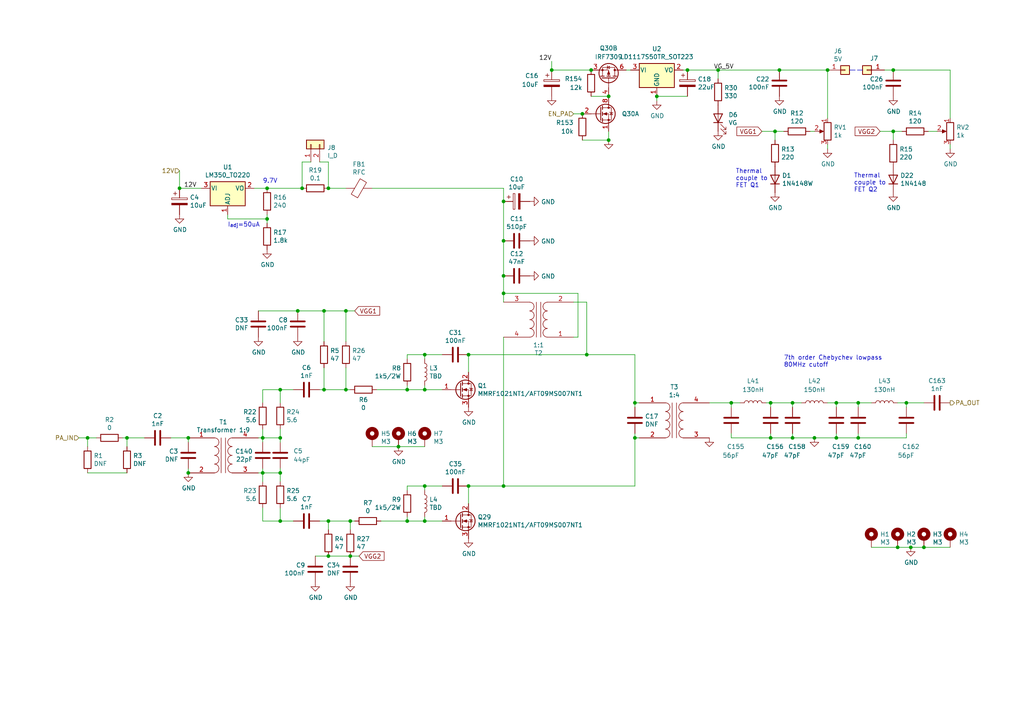
<source format=kicad_sch>
(kicad_sch (version 20211123) (generator eeschema)
  (paper "A4")
  (title_block (title "DART-70 TRX") (date "2023-02-02") (rev "0") (company "HB9EGM") (comment 1 "A 4m Band SSB/CW Transceiver") (comment 2 "Power Amplifier"))
  (lib_symbols
    (symbol "Connector_Generic:Conn_01x01" (pin_names (offset 1.016) hide)
      (property "Reference" "J" (at 0 2.54 0))
      (property "Value" "Conn_01x01" (at 0 -2.54 0))
      (symbol "Conn_01x01_1_1"
        (pin passive line (at -5.08 0 0) (length 3.81) (name "Pin_1") (number "1"))
      )
    )
    (symbol "Connector_Generic:Conn_01x02" (pin_names (offset 1.016) hide)
      (property "Reference" "J" (at 0 2.54 0))
      (property "Value" "Conn_01x02" (at 0 -5.08 0))
      (symbol "Conn_01x02_1_1"
        (pin passive line (at -5.08 0 0) (length 3.81) (name "Pin_1") (number "1"))
        (pin passive line (at -5.08 -2.54 0) (length 3.81) (name "Pin_2") (number "2"))
      )
    )
    (symbol "Device:C" (pin_numbers hide) (pin_names (offset 0.254))
      (property "Reference" "C" (at 0.635 2.54 0))
      (property "Value" "C" (at 0.635 -2.54 0))
      (symbol "C_1_1"
        (pin passive line (at 0 3.81 270) (length 2.794) (name "~") (number "1"))
        (pin passive line (at 0 -3.81 90) (length 2.794) (name "~") (number "2"))
      )
    )
    (symbol "Device:C_Polarized" (pin_numbers hide) (pin_names (offset 0.254))
      (property "Reference" "C" (at 0.635 2.54 0))
      (property "Value" "C_Polarized" (at 0.635 -2.54 0))
      (symbol "C_Polarized_1_1"
        (pin passive line (at 0 3.81 270) (length 2.794) (name "~") (number "1"))
        (pin passive line (at 0 -3.81 90) (length 2.794) (name "~") (number "2"))
      )
    )
    (symbol "Device:FerriteBead" (pin_numbers hide) (pin_names (offset 0))
      (property "Reference" "FB" (at -3.81 0.635 90))
      (property "Value" "FerriteBead" (at 3.81 0 90))
      (symbol "FerriteBead_1_1"
        (pin passive line (at 0 3.81 270) (length 2.54) (name "~") (number "1"))
        (pin passive line (at 0 -3.81 90) (length 2.54) (name "~") (number "2"))
      )
    )
    (symbol "Device:L" (pin_numbers hide) (pin_names (offset 1.016) hide)
      (property "Reference" "L" (at -1.27 0 90))
      (property "Value" "L" (at 1.905 0 90))
      (symbol "L_1_1"
        (pin passive line (at 0 3.81 270) (length 1.27) (name "1") (number "1"))
        (pin passive line (at 0 -3.81 90) (length 1.27) (name "2") (number "2"))
      )
    )
    (symbol "Device:LED" (pin_numbers hide) (pin_names (offset 1.016) hide)
      (property "Reference" "D" (at 0 2.54 0))
      (property "Value" "LED" (at 0 -2.54 0))
      (symbol "LED_1_1"
        (pin passive line (at -3.81 0 0) (length 2.54) (name "K") (number "1"))
        (pin passive line (at 3.81 0 180) (length 2.54) (name "A") (number "2"))
      )
    )
    (symbol "Device:Q_NMOS_GDS" (pin_names (offset 0) hide)
      (property "Reference" "Q" (at 5.08 1.27 0))
      (property "Value" "Q_NMOS_GDS" (at 5.08 -1.27 0))
      (symbol "Q_NMOS_GDS_1_1"
        (pin input line (at -5.08 0 0) (length 2.54) (name "G") (number "1"))
        (pin passive line (at 2.54 5.08 270) (length 2.54) (name "D") (number "2"))
        (pin passive line (at 2.54 -5.08 90) (length 2.54) (name "S") (number "3"))
      )
    )
    (symbol "Device:R" (pin_numbers hide) (pin_names (offset 0))
      (property "Reference" "R" (at 2.032 0 90))
      (property "Value" "R" (at 0 0 90))
      (symbol "R_1_1"
        (pin passive line (at 0 3.81 270) (length 1.27) (name "~") (number "1"))
        (pin passive line (at 0 -3.81 90) (length 1.27) (name "~") (number "2"))
      )
    )
    (symbol "Device:R_Potentiometer" (pin_names (offset 1.016) hide)
      (property "Reference" "RV" (at -4.445 0 90))
      (property "Value" "R_Potentiometer" (at -2.54 0 90))
      (symbol "R_Potentiometer_1_1"
        (pin passive line (at 0 3.81 270) (length 1.27) (name "1") (number "1"))
        (pin passive line (at 3.81 0 180) (length 1.27) (name "2") (number "2"))
        (pin passive line (at 0 -3.81 90) (length 1.27) (name "3") (number "3"))
      )
    )
    (symbol "Device:Transformer_1P_1S" (pin_names (offset 1.016) hide)
      (property "Reference" "T" (at 0 6.35 0))
      (property "Value" "Transformer_1P_1S" (at 0 -7.62 0))
      (symbol "Transformer_1P_1S_1_1"
        (pin passive line (at -10.16 5.08 0) (length 7.62) (name "AA") (number "1"))
        (pin passive line (at -10.16 -5.08 0) (length 7.62) (name "AB") (number "2"))
        (pin passive line (at 10.16 -5.08 180) (length 7.62) (name "SA") (number "3"))
        (pin passive line (at 10.16 5.08 180) (length 7.62) (name "SB") (number "4"))
      )
    )
    (symbol "Diode:1N4148W" (pin_numbers hide) (pin_names hide)
      (property "Reference" "D" (at 0 2.54 0))
      (property "Value" "1N4148W" (at 0 -2.54 0))
      (symbol "1N4148W_1_1"
        (pin passive line (at -3.81 0 0) (length 2.54) (name "K") (number "1"))
        (pin passive line (at 3.81 0 180) (length 2.54) (name "A") (number "2"))
      )
    )
    (symbol "Mechanical:MountingHole_Pad" (pin_numbers hide) (pin_names (offset 1.016) hide)
      (property "Reference" "H" (at 0 6.35 0))
      (property "Value" "MountingHole_Pad" (at 0 4.445 0))
      (symbol "MountingHole_Pad_1_1"
        (pin input line (at 0 -2.54 90) (length 2.54) (name "1") (number "1"))
      )
    )
    (symbol "Regulator_Linear:LD1117S50TR_SOT223" (pin_names (offset 0.254))
      (property "Reference" "U" (at -3.81 3.175 0))
      (property "Value" "LD1117S50TR_SOT223" (at 0 3.175 0))
      (symbol "LD1117S50TR_SOT223_1_1"
        (pin power_in line (at 0 -7.62 90) (length 2.54) (name "GND") (number "1"))
        (pin power_out line (at 7.62 0 180) (length 2.54) (name "VO") (number "2"))
        (pin power_in line (at -7.62 0 0) (length 2.54) (name "VI") (number "3"))
      )
    )
    (symbol "Regulator_Linear:LM350_TO220" (pin_names (offset 0.254))
      (property "Reference" "U" (at -3.81 3.175 0))
      (property "Value" "LM350_TO220" (at 0 3.175 0))
      (symbol "LM350_TO220_1_1"
        (pin input line (at 0 -7.62 90) (length 2.54) (name "ADJ") (number "1"))
        (pin power_out line (at 7.62 0 180) (length 2.54) (name "VO") (number "2"))
        (pin power_in line (at -7.62 0 0) (length 2.54) (name "VI") (number "3"))
      )
    )
    (symbol "Transistor_FET:IRF7309IPBF" (pin_names hide)
      (property "Reference" "Q" (at 5.08 1.905 0))
      (property "Value" "IRF7309IPBF" (at 5.08 0 0))
      (symbol "IRF7309IPBF_1_1"
        (pin passive line (at 2.54 -5.08 90) (length 2.54) (name "S") (number "1"))
        (pin input line (at -5.08 0 0) (length 2.54) (name "G") (number "2"))
        (pin passive line (at 2.54 5.08 270) (length 2.54) hide (name "D") (number "7"))
        (pin passive line (at 2.54 5.08 270) (length 2.54) (name "D") (number "8"))
      )
      (symbol "IRF7309IPBF_2_1"
        (pin passive line (at 2.54 -5.08 90) (length 2.54) (name "1") (number "3"))
        (pin input line (at -5.08 0 0) (length 2.54) (name "G") (number "4"))
        (pin passive line (at 2.54 5.08 270) (length 2.54) hide (name "D") (number "5"))
        (pin passive line (at 2.54 5.08 270) (length 2.54) (name "D") (number "6"))
      )
    )
    (symbol "power:GND" (power) (pin_names (offset 0))
      (property "Value" "GND" (at 0 -3.81 0))
      (symbol "GND_1_1"
        (pin power_in line (at 0 0 270) (length 0) hide (name "GND") (number "1"))
      )
    )
  )
  (junction (at 259.08 20.32))
  (junction (at 100.33 113.03))
  (junction (at 223.52 116.84))
  (junction (at 229.87 127))
  (junction (at 118.11 113.03))
  (junction (at 248.92 127))
  (junction (at 146.05 140.97))
  (junction (at 87.63 54.61))
  (junction (at 260.35 158.75))
  (junction (at 184.15 116.84))
  (junction (at 168.91 33.02))
  (junction (at 93.98 90.17))
  (junction (at 236.22 127))
  (junction (at 146.05 58.42))
  (junction (at 176.53 40.64))
  (junction (at 86.36 90.17))
  (junction (at 190.5 27.94))
  (junction (at 264.16 158.75))
  (junction (at 115.57 129.54))
  (junction (at 36.83 127))
  (junction (at 212.09 116.84))
  (junction (at 100.33 90.17))
  (junction (at 146.05 80.01))
  (junction (at 259.08 38.1))
  (junction (at 240.03 20.32))
  (junction (at 170.18 102.87))
  (junction (at 135.89 140.97))
  (junction (at 184.15 127))
  (junction (at 81.28 113.03))
  (junction (at 54.61 137.16))
  (junction (at 123.19 102.87))
  (junction (at 123.19 151.13))
  (junction (at 199.39 20.32))
  (junction (at 118.11 151.13))
  (junction (at 160.02 20.32))
  (junction (at 224.79 38.1))
  (junction (at 81.28 137.16))
  (junction (at 95.25 54.61))
  (junction (at 95.25 151.13))
  (junction (at 267.97 158.75))
  (junction (at 248.92 116.84))
  (junction (at 52.07 54.61))
  (junction (at 76.2 137.16))
  (junction (at 135.89 102.87))
  (junction (at 242.57 116.84))
  (junction (at 146.05 69.85))
  (junction (at 81.28 151.13))
  (junction (at 229.87 116.84))
  (junction (at 93.98 113.03))
  (junction (at 77.47 63.5))
  (junction (at 123.19 113.03))
  (junction (at 95.25 161.29))
  (junction (at 242.57 127))
  (junction (at 171.45 20.32))
  (junction (at 223.52 127))
  (junction (at 54.61 127))
  (junction (at 208.28 20.32))
  (junction (at 146.05 85.09))
  (junction (at 101.6 161.29))
  (junction (at 25.4 127))
  (junction (at 77.47 54.61))
  (junction (at 226.06 20.32))
  (junction (at 81.28 127))
  (junction (at 176.53 27.94))
  (junction (at 262.89 116.84))
  (junction (at 101.6 151.13))
  (junction (at 123.19 140.97))
  (junction (at 76.2 127))
  (wire (pts (xy 100.33 99.06) (xy 100.33 90.17)))
  (wire (pts (xy 262.89 125.73) (xy 262.89 127)))
  (wire (pts (xy 223.52 116.84) (xy 229.87 116.84)))
  (wire (pts (xy 93.98 113.03) (xy 93.98 106.68)))
  (wire (pts (xy 166.37 87.63) (xy 170.18 87.63)))
  (wire (pts (xy 81.28 124.46) (xy 81.28 127)))
  (wire (pts (xy 212.09 118.11) (xy 212.09 116.84)))
  (wire (pts (xy 76.2 135.89) (xy 76.2 137.16)))
  (wire (pts (xy 76.2 139.7) (xy 76.2 137.16)))
  (wire (pts (xy 101.6 151.13) (xy 95.25 151.13)))
  (wire (pts (xy 76.2 137.16) (xy 74.93 137.16)))
  (wire (pts (xy 81.28 139.7) (xy 81.28 137.16)))
  (wire (pts (xy 146.05 97.79) (xy 146.05 140.97)))
  (wire (pts (xy 229.87 125.73) (xy 229.87 127)))
  (wire (pts (xy 123.19 140.97) (xy 118.11 140.97)))
  (wire (pts (xy 242.57 125.73) (xy 242.57 127)))
  (wire (pts (xy 85.09 113.03) (xy 81.28 113.03)))
  (wire (pts (xy 259.08 38.1) (xy 261.62 38.1)))
  (wire (pts (xy 198.12 20.32) (xy 199.39 20.32)))
  (wire (pts (xy 135.89 140.97) (xy 146.05 140.97)))
  (wire (pts (xy 100.33 113.03) (xy 101.6 113.03)))
  (wire (pts (xy 146.05 54.61) (xy 146.05 58.42)))
  (wire (pts (xy 262.89 116.84) (xy 267.97 116.84)))
  (wire (pts (xy 212.09 127) (xy 212.09 125.73)))
  (wire (pts (xy 166.37 33.02) (xy 168.91 33.02)))
  (wire (pts (xy 275.59 34.29) (xy 275.59 20.32)))
  (wire (pts (xy 184.15 125.73) (xy 184.15 127)))
  (wire (pts (xy 123.19 113.03) (xy 128.27 113.03)))
  (wire (pts (xy 95.25 161.29) (xy 101.6 161.29)))
  (wire (pts (xy 223.52 125.73) (xy 223.52 127)))
  (wire (pts (xy 101.6 161.29) (xy 104.14 161.29)))
  (wire (pts (xy 260.35 158.75) (xy 264.16 158.75)))
  (wire (pts (xy 93.98 99.06) (xy 93.98 90.17)))
  (wire (pts (xy 184.15 116.84) (xy 184.15 118.11)))
  (wire (pts (xy 171.45 27.94) (xy 176.53 27.94)))
  (wire (pts (xy 92.71 46.99) (xy 95.25 46.99)))
  (wire (pts (xy 123.19 111.76) (xy 123.19 113.03)))
  (wire (pts (xy 118.11 111.76) (xy 118.11 113.03)))
  (wire (pts (xy 123.19 104.14) (xy 123.19 102.87)))
  (wire (pts (xy 229.87 127) (xy 223.52 127)))
  (wire (pts (xy 102.87 90.17) (xy 100.33 90.17)))
  (wire (pts (xy 128.27 140.97) (xy 123.19 140.97)))
  (wire (pts (xy 222.25 116.84) (xy 223.52 116.84)))
  (wire (pts (xy 248.92 116.84) (xy 242.57 116.84)))
  (wire (pts (xy 262.89 116.84) (xy 262.89 118.11)))
  (wire (pts (xy 176.53 38.1) (xy 176.53 40.64)))
  (wire (pts (xy 76.2 113.03) (xy 81.28 113.03)))
  (wire (pts (xy 52.07 54.61) (xy 58.42 54.61)))
  (wire (pts (xy 76.2 127) (xy 76.2 128.27)))
  (wire (pts (xy 81.28 127) (xy 76.2 127)))
  (wire (pts (xy 22.86 127) (xy 25.4 127)))
  (wire (pts (xy 205.74 116.84) (xy 212.09 116.84)))
  (wire (pts (xy 166.37 97.79) (xy 167.64 97.79)))
  (wire (pts (xy 36.83 129.54) (xy 36.83 127)))
  (wire (pts (xy 25.4 127) (xy 27.94 127)))
  (wire (pts (xy 93.98 90.17) (xy 86.36 90.17)))
  (wire (pts (xy 267.97 158.75) (xy 275.59 158.75)))
  (wire (pts (xy 66.04 63.5) (xy 77.47 63.5)))
  (wire (pts (xy 223.52 116.84) (xy 223.52 118.11)))
  (wire (pts (xy 81.28 135.89) (xy 81.28 137.16)))
  (wire (pts (xy 242.57 127) (xy 236.22 127)))
  (wire (pts (xy 176.53 40.64) (xy 168.91 40.64)))
  (wire (pts (xy 66.04 63.5) (xy 66.04 62.23)))
  (wire (pts (xy 252.73 116.84) (xy 248.92 116.84)))
  (wire (pts (xy 73.66 54.61) (xy 77.47 54.61)))
  (wire (pts (xy 107.95 54.61) (xy 146.05 54.61)))
  (wire (pts (xy 256.54 20.32) (xy 259.08 20.32)))
  (wire (pts (xy 36.83 137.16) (xy 25.4 137.16)))
  (wire (pts (xy 259.08 40.64) (xy 259.08 38.1)))
  (wire (pts (xy 123.19 151.13) (xy 128.27 151.13)))
  (wire (pts (xy 100.33 90.17) (xy 93.98 90.17)))
  (wire (pts (xy 49.53 127) (xy 54.61 127)))
  (wire (pts (xy 236.22 127) (xy 229.87 127)))
  (wire (pts (xy 81.28 113.03) (xy 81.28 116.84)))
  (wire (pts (xy 242.57 116.84) (xy 242.57 118.11)))
  (polyline (pts (xy 246.38 20.32) (xy 250.19 20.32)))
  (wire (pts (xy 95.25 54.61) (xy 95.25 46.99)))
  (wire (pts (xy 123.19 142.24) (xy 123.19 140.97)))
  (wire (pts (xy 135.89 107.95) (xy 135.89 102.87)))
  (wire (pts (xy 242.57 116.84) (xy 240.03 116.84)))
  (wire (pts (xy 264.16 158.75) (xy 267.97 158.75)))
  (wire (pts (xy 81.28 137.16) (xy 76.2 137.16)))
  (wire (pts (xy 240.03 34.29) (xy 240.03 20.32)))
  (wire (pts (xy 224.79 40.64) (xy 224.79 38.1)))
  (wire (pts (xy 101.6 153.67) (xy 101.6 151.13)))
  (wire (pts (xy 262.89 127) (xy 248.92 127)))
  (wire (pts (xy 123.19 102.87) (xy 118.11 102.87)))
  (wire (pts (xy 54.61 135.89) (xy 54.61 137.16)))
  (wire (pts (xy 248.92 116.84) (xy 248.92 118.11)))
  (wire (pts (xy 35.56 127) (xy 36.83 127)))
  (wire (pts (xy 76.2 116.84) (xy 76.2 113.03)))
  (wire (pts (xy 76.2 127) (xy 74.93 127)))
  (wire (pts (xy 95.25 54.61) (xy 100.33 54.61)))
  (wire (pts (xy 199.39 20.32) (xy 208.28 20.32)))
  (wire (pts (xy 91.44 161.29) (xy 95.25 161.29)))
  (wire (pts (xy 115.57 129.54) (xy 123.19 129.54)))
  (wire (pts (xy 181.61 20.32) (xy 182.88 20.32)))
  (wire (pts (xy 109.22 113.03) (xy 118.11 113.03)))
  (wire (pts (xy 275.59 43.18) (xy 275.59 41.91)))
  (wire (pts (xy 76.2 124.46) (xy 76.2 127)))
  (wire (pts (xy 190.5 27.94) (xy 199.39 27.94)))
  (wire (pts (xy 118.11 151.13) (xy 123.19 151.13)))
  (wire (pts (xy 118.11 149.86) (xy 118.11 151.13)))
  (wire (pts (xy 135.89 102.87) (xy 170.18 102.87)))
  (wire (pts (xy 118.11 113.03) (xy 123.19 113.03)))
  (wire (pts (xy 252.73 158.75) (xy 260.35 158.75)))
  (wire (pts (xy 269.24 38.1) (xy 271.78 38.1)))
  (wire (pts (xy 224.79 38.1) (xy 220.98 38.1)))
  (wire (pts (xy 128.27 102.87) (xy 123.19 102.87)))
  (wire (pts (xy 81.28 128.27) (xy 81.28 127)))
  (wire (pts (xy 77.47 64.77) (xy 77.47 63.5)))
  (wire (pts (xy 77.47 63.5) (xy 77.47 62.23)))
  (wire (pts (xy 76.2 151.13) (xy 76.2 147.32)))
  (wire (pts (xy 240.03 43.18) (xy 240.03 41.91)))
  (wire (pts (xy 184.15 127) (xy 185.42 127)))
  (wire (pts (xy 229.87 116.84) (xy 232.41 116.84)))
  (wire (pts (xy 227.33 38.1) (xy 224.79 38.1)))
  (wire (pts (xy 146.05 80.01) (xy 146.05 85.09)))
  (wire (pts (xy 190.5 29.21) (xy 190.5 27.94)))
  (wire (pts (xy 25.4 129.54) (xy 25.4 127)))
  (wire (pts (xy 36.83 127) (xy 41.91 127)))
  (wire (pts (xy 255.27 38.1) (xy 259.08 38.1)))
  (wire (pts (xy 135.89 140.97) (xy 135.89 146.05)))
  (wire (pts (xy 93.98 113.03) (xy 100.33 113.03)))
  (wire (pts (xy 167.64 97.79) (xy 167.64 85.09)))
  (wire (pts (xy 208.28 22.86) (xy 208.28 20.32)))
  (wire (pts (xy 95.25 153.67) (xy 95.25 151.13)))
  (wire (pts (xy 77.47 54.61) (xy 87.63 54.61)))
  (wire (pts (xy 160.02 17.78) (xy 160.02 20.32)))
  (wire (pts (xy 184.15 116.84) (xy 184.15 102.87)))
  (wire (pts (xy 167.64 85.09) (xy 146.05 85.09)))
  (wire (pts (xy 229.87 118.11) (xy 229.87 116.84)))
  (wire (pts (xy 95.25 151.13) (xy 92.71 151.13)))
  (wire (pts (xy 102.87 151.13) (xy 101.6 151.13)))
  (wire (pts (xy 160.02 20.32) (xy 171.45 20.32)))
  (wire (pts (xy 184.15 140.97) (xy 184.15 127)))
  (wire (pts (xy 170.18 87.63) (xy 170.18 102.87)))
  (wire (pts (xy 146.05 140.97) (xy 184.15 140.97)))
  (wire (pts (xy 184.15 102.87) (xy 170.18 102.87)))
  (wire (pts (xy 275.59 20.32) (xy 259.08 20.32)))
  (wire (pts (xy 146.05 85.09) (xy 146.05 87.63)))
  (wire (pts (xy 107.95 129.54) (xy 115.57 129.54)))
  (wire (pts (xy 248.92 125.73) (xy 248.92 127)))
  (wire (pts (xy 81.28 151.13) (xy 81.28 147.32)))
  (wire (pts (xy 240.03 20.32) (xy 226.06 20.32)))
  (wire (pts (xy 248.92 127) (xy 242.57 127)))
  (wire (pts (xy 54.61 128.27) (xy 54.61 127)))
  (wire (pts (xy 234.95 38.1) (xy 236.22 38.1)))
  (wire (pts (xy 118.11 102.87) (xy 118.11 104.14)))
  (wire (pts (xy 146.05 58.42) (xy 146.05 69.85)))
  (wire (pts (xy 118.11 140.97) (xy 118.11 142.24)))
  (wire (pts (xy 260.35 116.84) (xy 262.89 116.84)))
  (wire (pts (xy 110.49 151.13) (xy 118.11 151.13)))
  (wire (pts (xy 52.07 49.53) (xy 52.07 54.61)))
  (wire (pts (xy 212.09 116.84) (xy 214.63 116.84)))
  (wire (pts (xy 185.42 116.84) (xy 184.15 116.84)))
  (wire (pts (xy 100.33 106.68) (xy 100.33 113.03)))
  (wire (pts (xy 146.05 69.85) (xy 146.05 80.01)))
  (wire (pts (xy 208.28 20.32) (xy 226.06 20.32)))
  (wire (pts (xy 90.17 46.99) (xy 87.63 46.99)))
  (wire (pts (xy 85.09 151.13) (xy 81.28 151.13)))
  (wire (pts (xy 81.28 151.13) (xy 76.2 151.13)))
  (wire (pts (xy 123.19 149.86) (xy 123.19 151.13)))
  (wire (pts (xy 87.63 46.99) (xy 87.63 54.61)))
  (wire (pts (xy 223.52 127) (xy 212.09 127)))
  (wire (pts (xy 92.71 113.03) (xy 93.98 113.03)))
  (wire (pts (xy 74.93 90.17) (xy 86.36 90.17)))
  (text "Thermal\ncouple to\nFET Q2" (at 247.65 55.88 0) (effects (font (size 1.27 1.27)) (justify left bottom)))
  (text "9.7V" (at 76.2 53.34 0) (effects (font (size 1.27 1.27)) (justify left bottom)))
  (text "Thermal\ncouple to\nFET Q1" (at 213.36 54.61 0) (effects (font (size 1.27 1.27)) (justify left bottom)))
  (text "I_{adj}=50uA" (at 66.04 66.04 0) (effects (font (size 1.27 1.27)) (justify left bottom)))
  (text "7th order Chebychev lowpass\n80MHz cutoff" (at 227.33 106.68 0) (effects (font (size 1.27 1.27)) (justify left bottom)))
  (label "12V" (at 53.34 54.61 0))
  (label "VG_5V" (at 207.01 20.32 0))
  (label "12V" (at 160.02 17.78 180))
  (global_label "VGG2" (shape input) (at 104.14 161.29 0) (property "Intersheet References" "${INTERSHEET_REFS}" (effects hide)))
  (global_label "VGG1" (shape input) (at 102.87 90.17 0) (property "Intersheet References" "${INTERSHEET_REFS}" (effects hide)))
  (global_label "VGG2" (shape input) (at 255.27 38.1 180) (property "Intersheet References" "${INTERSHEET_REFS}" (effects hide)))
  (global_label "VGG1" (shape input) (at 220.98 38.1 180) (property "Intersheet References" "${INTERSHEET_REFS}" (effects hide)))
  (hierarchical_label "EN_PA" (shape input) (at 166.37 33.02 180))
  (hierarchical_label "PA_OUT" (shape output) (at 275.59 116.84 0))
  (hierarchical_label "12V" (shape input) (at 52.07 49.53 180))
  (hierarchical_label "PA_IN" (shape input) (at 22.86 127 180))
  (symbol (lib_id "Device:R") (at 224.79 44.45 0) (unit 1)
    (property "Reference" "R13" (at 226.568 43.2816 0) (effects (justify left)))
    (property "Value" "220" (at 226.568 45.593 0) (effects (justify left)))
    (property "Footprint" "Resistor_SMD:R_0805_2012Metric" (effects hide))
    (property "Need_order" "0" (effects hide))
  )
  (symbol (lib_id "Device:Transformer_1P_1S") (at 195.58 121.92 0) (unit 1)
    (property "Reference" "T3" (at 195.58 112.2426 0))
    (property "Value" "1:4" (at 195.58 114.554 0))
    (property "Footprint" "mmrf1021-pa:four_4mm_pads" (effects hide))
    (property "Need_order" "0" (effects hide))
  )
  (symbol (lib_id "Device:C") (at 184.15 121.92 180) (unit 1)
    (property "Reference" "C17" (at 187.071 120.7516 0) (effects (justify right)))
    (property "Value" "DNF" (at 187.071 123.063 0) (effects (justify right)))
    (property "Footprint" "mmrf1021-pa:two_2mm_pads" (effects hide))
    (property "Need_order" "0" (effects hide))
  )
  (symbol (lib_id "Device:C") (at 45.72 127 270) (unit 1)
    (property "Reference" "C2" (at 45.72 120.5992 90))
    (property "Value" "1nF" (at 45.72 122.9106 90))
    (property "Footprint" "Capacitor_SMD:C_0805_2012Metric" (effects hide))
    (property "MPN" "885612007040/VJ0805A102GXXPW1BC" (effects hide))
    (property "Need_order" "0" (effects hide))
  )
  (symbol (lib_id "Device:R_Potentiometer") (at 240.03 38.1 0) (mirror y) (unit 1)
    (property "Reference" "RV1" (at 241.808 36.9316 0) (effects (justify right)))
    (property "Value" "1k" (at 241.808 39.243 0) (effects (justify right)))
    (property "Footprint" "Potentiometer_SMD:Potentiometer_Bourns_3214W_Vertical" (effects hide))
    (property "MPN" "Bourns 3214W-1-102E" (effects hide))
    (property "Need_order" "0" (effects hide))
  )
  (symbol (lib_id "Device:C") (at 226.06 24.13 180) (unit 1)
    (property "Reference" "C22" (at 223.1644 22.9616 0) (effects (justify left)))
    (property "Value" "100nF" (at 223.1644 25.273 0) (effects (justify left)))
    (property "Footprint" "Capacitor_SMD:C_0805_2012Metric" (effects hide))
    (property "MPN" "GRM188R71H104KA93D" (effects hide))
    (property "Need_order" "0" (effects hide))
  )
  (symbol (lib_id "power:GND") (at 226.06 27.94 0) (unit 1)
    (property "Reference" "#PWR023" (effects hide))
    (property "Value" "GND" (at 226.187 32.3342 0))
  )
  (symbol (lib_id "Mechanical:MountingHole_Pad") (at 252.73 156.21 0) (unit 1)
    (property "Reference" "H1" (at 255.27 154.9654 0) (effects (justify left)))
    (property "Value" "M3" (at 255.27 157.2768 0) (effects (justify left)))
    (property "Footprint" "MountingHole:MountingHole_3.2mm_M3_DIN965_Pad" (effects hide))
    (property "Need_order" "0" (effects hide))
  )
  (symbol (lib_id "Mechanical:MountingHole_Pad") (at 260.35 156.21 0) (unit 1)
    (property "Reference" "H2" (at 262.89 154.9654 0) (effects (justify left)))
    (property "Value" "M3" (at 262.89 157.2768 0) (effects (justify left)))
    (property "Footprint" "MountingHole:MountingHole_3.2mm_M3_DIN965_Pad" (effects hide))
    (property "Need_order" "0" (effects hide))
  )
  (symbol (lib_id "Mechanical:MountingHole_Pad") (at 267.97 156.21 0) (unit 1)
    (property "Reference" "H3" (at 270.51 154.9654 0) (effects (justify left)))
    (property "Value" "M3" (at 270.51 157.2768 0) (effects (justify left)))
    (property "Footprint" "MountingHole:MountingHole_3.2mm_M3_DIN965_Pad" (effects hide))
    (property "Need_order" "0" (effects hide))
  )
  (symbol (lib_id "Mechanical:MountingHole_Pad") (at 275.59 156.21 0) (unit 1)
    (property "Reference" "H4" (at 278.13 154.9654 0) (effects (justify left)))
    (property "Value" "M3" (at 278.13 157.2768 0) (effects (justify left)))
    (property "Footprint" "MountingHole:MountingHole_3.2mm_M3_DIN965_Pad" (effects hide))
    (property "Need_order" "0" (effects hide))
  )
  (symbol (lib_id "power:GND") (at 264.16 158.75 0) (unit 1)
    (property "Reference" "#PWR08" (effects hide))
    (property "Value" "GND" (at 264.287 163.1442 0))
  )
  (symbol (lib_id "Diode:1N4148W") (at 224.79 52.07 90) (unit 1)
    (property "Reference" "D1" (at 226.822 50.9016 90) (effects (justify right)))
    (property "Value" "1N4148W" (at 226.822 53.213 90) (effects (justify right)))
    (property "Footprint" "Diode_SMD:D_SOD-123F" (effects hide))
    (property "Datasheet" "/home/bram/Sync/Doc/Datasheet/1N4148W-7-F.pdf" (effects hide))
  )
  (symbol (lib_id "power:GND") (at 224.79 55.88 0) (unit 1)
    (property "Reference" "#PWR024" (effects hide))
    (property "Value" "GND" (at 224.917 60.2742 0))
  )
  (symbol (lib_id "Mechanical:MountingHole_Pad") (at 123.19 127 0) (unit 1)
    (property "Reference" "H7" (at 125.73 125.7554 0) (effects (justify left)))
    (property "Value" "M3" (at 125.73 128.0668 0) (effects (justify left)))
    (property "Footprint" "MountingHole:MountingHole_3.2mm_M3_DIN965_Pad" (effects hide))
    (property "Need_order" "0" (effects hide))
  )
  (symbol (lib_id "Device:R") (at 100.33 102.87 0) (unit 1)
    (property "Reference" "R26" (at 102.108 101.7016 0) (effects (justify left)))
    (property "Value" "47" (at 102.108 104.013 0) (effects (justify left)))
    (property "Footprint" "Resistor_SMD:R_0805_2012Metric" (effects hide))
    (property "Need_order" "0" (effects hide))
  )
  (symbol (lib_id "Device:R") (at 101.6 157.48 0) (unit 1)
    (property "Reference" "R27" (at 103.378 156.3116 0) (effects (justify left)))
    (property "Value" "47" (at 103.378 158.623 0) (effects (justify left)))
    (property "Footprint" "Resistor_SMD:R_0805_2012Metric" (effects hide))
    (property "Need_order" "0" (effects hide))
  )
  (symbol (lib_id "Device:R") (at 81.28 143.51 0) (unit 1)
    (property "Reference" "R25" (at 83.058 142.3416 0) (effects (justify left)))
    (property "Value" "5.6" (at 83.058 144.653 0) (effects (justify left)))
    (property "Footprint" "Resistor_SMD:R_0805_2012Metric" (effects hide))
    (property "Need_order" "0" (effects hide))
  )
  (symbol (lib_id "Device:R") (at 76.2 143.51 0) (unit 1)
    (property "Reference" "R23" (at 74.4474 142.3416 0) (effects (justify right)))
    (property "Value" "5.6" (at 74.4474 144.653 0) (effects (justify right)))
    (property "Footprint" "Resistor_SMD:R_0805_2012Metric" (effects hide))
    (property "Need_order" "0" (effects hide))
  )
  (symbol (lib_id "Device:Transformer_1P_1S") (at 64.77 132.08 0) (unit 1)
    (property "Reference" "T1" (at 64.77 122.4026 0))
    (property "Value" "Transformer 1:9" (at 64.77 124.714 0))
    (property "Footprint" "mmrf1021-pa:four_4mm_pads_narrow" (effects hide))
    (property "Need_order" "0" (effects hide))
  )
  (symbol (lib_id "power:GND") (at 54.61 137.16 0) (unit 1)
    (property "Reference" "#PWR03" (effects hide))
    (property "Value" "GND" (at 54.737 141.5542 0))
  )
  (symbol (lib_id "Device:C") (at 54.61 132.08 180) (unit 1)
    (property "Reference" "C3" (at 51.7144 130.9116 0) (effects (justify left)))
    (property "Value" "DNF" (at 51.7144 133.223 0) (effects (justify left)))
    (property "Footprint" "Capacitor_SMD:C_0805_2012Metric" (effects hide))
    (property "Need_order" "0" (effects hide))
  )
  (symbol (lib_id "Device:R") (at 81.28 120.65 0) (unit 1)
    (property "Reference" "R24" (at 83.058 119.4816 0) (effects (justify left)))
    (property "Value" "5.6" (at 83.058 121.793 0) (effects (justify left)))
    (property "Footprint" "Resistor_SMD:R_0805_2012Metric" (effects hide))
    (property "Need_order" "0" (effects hide))
  )
  (symbol (lib_id "Device:R") (at 76.2 120.65 0) (unit 1)
    (property "Reference" "R22" (at 74.4474 119.4816 0) (effects (justify right)))
    (property "Value" "5.6" (at 74.4474 121.793 0) (effects (justify right)))
    (property "Footprint" "Resistor_SMD:R_0805_2012Metric" (effects hide))
    (property "Need_order" "0" (effects hide))
  )
  (symbol (lib_id "Device:C") (at 81.28 132.08 180) (unit 1)
    (property "Reference" "C5" (at 85.09 130.8099 0) (effects (justify right)))
    (property "Value" "44pF" (at 85.09 133.3499 0) (effects (justify right)))
    (property "Footprint" "Capacitor_SMD:C_0805_2012Metric" (effects hide))
    (property "MPN" "GQM2195C2E220JB2D" (effects hide))
    (property "Need_order" "0" (effects hide))
  )
  (symbol (lib_id "Device:C") (at 88.9 113.03 90) (unit 1)
    (property "Reference" "C6" (at 88.9 106.6292 90))
    (property "Value" "1nF" (at 88.9 108.9406 90))
    (property "Footprint" "Capacitor_SMD:C_0805_2012Metric" (effects hide))
    (property "MPN" "885612007040/VJ0805A102GXXPW1BC" (effects hide))
    (property "Need_order" "0" (effects hide))
  )
  (symbol (lib_id "Device:C") (at 88.9 151.13 90) (unit 1)
    (property "Reference" "C7" (at 88.9 144.7292 90))
    (property "Value" "1nF" (at 88.9 147.0406 90))
    (property "Footprint" "Capacitor_SMD:C_0805_2012Metric" (effects hide))
    (property "MPN" "885612007040/VJ0805A102GXXPW1BC" (effects hide))
    (property "Need_order" "0" (effects hide))
  )
  (symbol (lib_id "Device:R") (at 93.98 102.87 0) (unit 1)
    (property "Reference" "R5" (at 95.758 101.7016 0) (effects (justify left)))
    (property "Value" "47" (at 95.758 104.013 0) (effects (justify left)))
    (property "Footprint" "Resistor_SMD:R_0805_2012Metric" (effects hide))
    (property "Need_order" "0" (effects hide))
  )
  (symbol (lib_id "Device:C") (at 86.36 93.98 180) (unit 1)
    (property "Reference" "C8" (at 83.4644 92.8116 0) (effects (justify left)))
    (property "Value" "100nF" (at 83.4644 95.123 0) (effects (justify left)))
    (property "Footprint" "Capacitor_SMD:C_0805_2012Metric" (effects hide))
    (property "MPN" "GRM188R71H104KA93D" (effects hide))
    (property "Need_order" "0" (effects hide))
  )
  (symbol (lib_id "power:GND") (at 86.36 97.79 0) (unit 1)
    (property "Reference" "#PWR06" (effects hide))
    (property "Value" "GND" (at 86.487 102.1842 0))
  )
  (symbol (lib_id "Device:R") (at 95.25 157.48 0) (unit 1)
    (property "Reference" "R4" (at 97.028 156.3116 0) (effects (justify left)))
    (property "Value" "47" (at 97.028 158.623 0) (effects (justify left)))
    (property "Footprint" "Resistor_SMD:R_0805_2012Metric" (effects hide))
    (property "Need_order" "0" (effects hide))
  )
  (symbol (lib_id "power:GND") (at 91.44 168.91 0) (unit 1)
    (property "Reference" "#PWR07" (effects hide))
    (property "Value" "GND" (at 91.567 173.3042 0))
  )
  (symbol (lib_id "Device:R") (at 106.68 151.13 270) (unit 1)
    (property "Reference" "R7" (at 106.68 145.8722 90))
    (property "Value" "0" (at 106.68 148.1836 90))
    (property "Footprint" "Resistor_SMD:R_0805_2012Metric" (effects hide))
    (property "Need_order" "0" (effects hide))
  )
  (symbol (lib_id "Device:R") (at 105.41 113.03 270) (unit 1)
    (property "Reference" "R6" (at 105.41 115.951 90))
    (property "Value" "0" (at 105.41 118.2624 90))
    (property "Footprint" "Resistor_SMD:R_0805_2012Metric" (effects hide))
    (property "Need_order" "0" (effects hide))
  )
  (symbol (lib_id "Device:R") (at 118.11 146.05 0) (unit 1)
    (property "Reference" "R9" (at 116.332 144.8816 0) (effects (justify right)))
    (property "Value" "1k5/2W" (at 116.332 147.193 0) (effects (justify right)))
    (property "Footprint" "Resistor_SMD:R_0805_2012Metric" (effects hide))
    (property "Need_order" "0" (effects hide))
  )
  (symbol (lib_id "Device:L") (at 123.19 146.05 0) (unit 1)
    (property "Reference" "L4" (at 124.5108 144.8816 0) (effects (justify left)))
    (property "Value" "TBD" (at 124.5108 147.193 0) (effects (justify left)))
    (property "Footprint" "Inductor_SMD:L_1008_2520Metric" (effects hide))
  )
  (symbol (lib_id "power:GND") (at 101.6 168.91 0) (unit 1)
    (property "Reference" "#PWR0101" (effects hide))
    (property "Value" "GND" (at 101.727 173.3042 0))
  )
  (symbol (lib_id "Device:C") (at 101.6 165.1 180) (unit 1)
    (property "Reference" "C34" (at 98.7044 163.9316 0) (effects (justify left)))
    (property "Value" "DNF" (at 98.7044 166.243 0) (effects (justify left)))
    (property "Footprint" "Capacitor_SMD:C_0805_2012Metric" (effects hide))
    (property "Need_order" "0" (effects hide))
  )
  (symbol (lib_id "power:GND") (at 135.89 156.21 0) (unit 1)
    (property "Reference" "#PWR012" (effects hide))
    (property "Value" "GND" (at 136.017 160.6042 0))
  )
  (symbol (lib_id "Device:Transformer_1P_1S") (at 156.21 92.71 180) (unit 1)
    (property "Reference" "T2" (at 156.21 102.3874 0))
    (property "Value" "1:1" (at 156.21 100.076 0))
    (property "Footprint" "mmrf1021-pa:four_4mm_pads_narrow" (effects hide))
    (property "Need_order" "0" (effects hide))
  )
  (symbol (lib_id "Device:C") (at 74.93 93.98 180) (unit 1)
    (property "Reference" "C33" (at 72.0344 92.8116 0) (effects (justify left)))
    (property "Value" "DNF" (at 72.0344 95.123 0) (effects (justify left)))
    (property "Footprint" "Capacitor_SMD:C_0805_2012Metric" (effects hide))
    (property "Need_order" "0" (effects hide))
  )
  (symbol (lib_id "Device:Q_NMOS_GDS") (at 133.35 113.03 0) (unit 1)
    (property "Reference" "Q1" (at 138.5316 111.8616 0) (effects (justify left)))
    (property "Value" "MMRF1021NT1/AFT09MS007NT1" (at 138.5316 114.173 0) (effects (justify left)))
    (property "Footprint" "mmrf1021-pa:PLD-1.5W" (effects hide))
    (property "Need_order" "0" (effects hide))
  )
  (symbol (lib_id "Mechanical:MountingHole_Pad") (at 107.95 127 0) (unit 1)
    (property "Reference" "H5" (at 110.49 125.7554 0) (effects (justify left)))
    (property "Value" "M3" (at 110.49 128.0668 0) (effects (justify left)))
    (property "Footprint" "MountingHole:MountingHole_3.2mm_M3_DIN965_Pad" (effects hide))
    (property "Need_order" "0" (effects hide))
  )
  (symbol (lib_id "Mechanical:MountingHole_Pad") (at 115.57 127 0) (unit 1)
    (property "Reference" "H6" (at 118.11 125.7554 0) (effects (justify left)))
    (property "Value" "M3" (at 118.11 128.0668 0) (effects (justify left)))
    (property "Footprint" "MountingHole:MountingHole_3.2mm_M3_DIN965_Pad" (effects hide))
    (property "Need_order" "0" (effects hide))
  )
  (symbol (lib_id "power:GND") (at 115.57 129.54 0) (unit 1)
    (property "Reference" "#PWR09" (effects hide))
    (property "Value" "GND" (at 115.697 133.9342 0))
  )
  (symbol (lib_id "Device:R") (at 118.11 107.95 0) (unit 1)
    (property "Reference" "R8" (at 116.332 106.7816 0) (effects (justify right)))
    (property "Value" "1k5/2W" (at 116.332 109.093 0) (effects (justify right)))
    (property "Footprint" "Resistor_SMD:R_0805_2012Metric" (effects hide))
    (property "Need_order" "0" (effects hide))
  )
  (symbol (lib_id "Device:L") (at 123.19 107.95 0) (unit 1)
    (property "Reference" "L3" (at 124.5108 106.7816 0) (effects (justify left)))
    (property "Value" "TBD" (at 124.5108 109.093 0) (effects (justify left)))
    (property "Footprint" "Inductor_SMD:L_1008_2520Metric" (effects hide))
  )
  (symbol (lib_id "power:GND") (at 135.89 118.11 0) (unit 1)
    (property "Reference" "#PWR011" (effects hide))
    (property "Value" "GND" (at 136.017 122.5042 0))
  )
  (symbol (lib_id "power:GND") (at 74.93 97.79 0) (unit 1)
    (property "Reference" "#PWR0102" (effects hide))
    (property "Value" "GND" (at 75.057 102.1842 0))
  )
  (symbol (lib_id "Device:C") (at 149.86 80.01 270) (mirror x) (unit 1)
    (property "Reference" "C12" (at 149.86 73.6092 90))
    (property "Value" "47nF" (at 149.86 75.9206 90))
    (property "Footprint" "Capacitor_SMD:C_0805_2012Metric" (effects hide))
    (property "MPN" "C2012C0G1H333J125AA" (effects hide))
    (property "Need_order" "0" (effects hide))
  )
  (symbol (lib_id "Device:C") (at 149.86 69.85 270) (mirror x) (unit 1)
    (property "Reference" "C11" (at 149.86 63.4492 90))
    (property "Value" "510pF" (at 149.86 65.7606 90))
    (property "Footprint" "Capacitor_SMD:C_0805_2012Metric" (effects hide))
    (property "MPN" "GRM2165C2A511JA01D" (effects hide))
    (property "Need_order" "0" (effects hide))
  )
  (symbol (lib_id "power:GND") (at 153.67 80.01 90) (mirror x) (unit 1)
    (property "Reference" "#PWR015" (effects hide))
    (property "Value" "GND" (at 156.9212 80.137 90) (effects (justify right)))
  )
  (symbol (lib_id "power:GND") (at 153.67 69.85 90) (mirror x) (unit 1)
    (property "Reference" "#PWR014" (effects hide))
    (property "Value" "GND" (at 156.9212 69.977 90) (effects (justify right)))
  )
  (symbol (lib_id "Device:C_Polarized") (at 149.86 58.42 90) (mirror x) (unit 1)
    (property "Reference" "C10" (at 149.86 51.943 90))
    (property "Value" "10uF" (at 149.86 54.2544 90))
    (property "Footprint" "Capacitor_SMD:C_1210_3225Metric_Pad1.33x2.70mm_HandSolder" (effects hide))
    (property "MPN" "TAJA106K016RNJ" (effects hide))
    (property "Need_order" "0" (effects hide))
  )
  (symbol (lib_id "power:GND") (at 153.67 58.42 90) (mirror x) (unit 1)
    (property "Reference" "#PWR013" (effects hide))
    (property "Value" "GND" (at 156.9212 58.547 90) (effects (justify right)))
  )
  (symbol (lib_id "Device:FerriteBead") (at 104.14 54.61 90) (unit 1)
    (property "Reference" "FB1" (at 104.14 47.6504 90))
    (property "Value" "RFC" (at 104.14 49.9618 90))
    (property "Footprint" "mmrf1021-pa:large_inductor" (effects hide))
    (property "Need_order" "0" (effects hide))
  )
  (symbol (lib_id "Device:C_Polarized") (at 160.02 24.13 0) (unit 1)
    (property "Reference" "C16" (at 156.21 21.9709 0) (effects (justify right)))
    (property "Value" "10uF" (at 156.21 24.5109 0) (effects (justify right)))
    (property "Footprint" "Capacitor_SMD:C_1210_3225Metric_Pad1.33x2.70mm_HandSolder" (effects hide))
    (property "MPN" "TAJA106K016RNJ" (effects hide))
    (property "Need_order" "0" (effects hide))
  )
  (symbol (lib_id "Device:C_Polarized") (at 199.39 24.13 0) (unit 1)
    (property "Reference" "C18" (at 202.3872 22.9616 0) (effects (justify left)))
    (property "Value" "22uF" (at 202.3872 25.273 0) (effects (justify left)))
    (property "Footprint" "Capacitor_SMD:C_1210_3225Metric_Pad1.33x2.70mm_HandSolder" (effects hide))
    (property "MPN" "TAJA106K016RNJ" (effects hide))
    (property "Need_order" "0" (effects hide))
  )
  (symbol (lib_id "power:GND") (at 190.5 29.21 0) (unit 1)
    (property "Reference" "#PWR022" (effects hide))
    (property "Value" "GND" (at 190.627 33.6042 0))
  )
  (symbol (lib_id "Device:C_Polarized") (at 52.07 58.42 0) (unit 1)
    (property "Reference" "C4" (at 55.0672 57.2516 0) (effects (justify left)))
    (property "Value" "10uF" (at 55.0672 59.563 0) (effects (justify left)))
    (property "Footprint" "Capacitor_SMD:C_1210_3225Metric_Pad1.33x2.70mm_HandSolder" (effects hide))
    (property "MPN" "TAJA106K016RNJ" (effects hide))
    (property "Need_order" "0" (effects hide))
  )
  (symbol (lib_id "Regulator_Linear:LM350_TO220") (at 66.04 54.61 0) (unit 1)
    (property "Reference" "U1" (at 66.04 48.4632 0))
    (property "Value" "LM350_TO220" (at 66.04 50.7746 0))
    (property "Footprint" "mmrf1021-pa:TO-220-3_Vertical_SMD" (effects hide))
    (property "Datasheet" "https://www.onsemi.com/pub/Collateral/LM350-D.pdf" (effects hide))
    (property "Need_order" "0" (effects hide))
  )
  (symbol (lib_id "Device:R") (at 77.47 58.42 180) (unit 1)
    (property "Reference" "R16" (at 79.248 57.2516 0) (effects (justify right)))
    (property "Value" "240" (at 79.248 59.563 0) (effects (justify right)))
    (property "Footprint" "Resistor_SMD:R_0805_2012Metric" (effects hide))
    (property "Need_order" "0" (effects hide))
  )
  (symbol (lib_id "Device:R") (at 77.47 68.58 180) (unit 1)
    (property "Reference" "R17" (at 79.248 67.4116 0) (effects (justify right)))
    (property "Value" "1.8k" (at 79.248 69.723 0) (effects (justify right)))
    (property "Footprint" "Resistor_SMD:R_0805_2012Metric" (effects hide))
    (property "Need_order" "0" (effects hide))
  )
  (symbol (lib_id "power:GND") (at 77.47 72.39 0) (unit 1)
    (property "Reference" "#PWR021" (effects hide))
    (property "Value" "GND" (at 77.597 76.7842 0))
  )
  (symbol (lib_id "power:GND") (at 240.03 43.18 0) (unit 1)
    (property "Reference" "#PWR026" (effects hide))
    (property "Value" "GND" (at 240.157 47.5742 0))
  )
  (symbol (lib_id "Device:R") (at 231.14 38.1 270) (unit 1)
    (property "Reference" "R12" (at 231.14 32.8422 90))
    (property "Value" "120" (at 231.14 35.1536 90))
    (property "Footprint" "Resistor_SMD:R_0805_2012Metric" (effects hide))
    (property "Need_order" "0" (effects hide))
  )
  (symbol (lib_id "Device:R") (at 259.08 44.45 0) (unit 1)
    (property "Reference" "R15" (at 260.858 43.2816 0) (effects (justify left)))
    (property "Value" "220" (at 260.858 45.593 0) (effects (justify left)))
    (property "Footprint" "Resistor_SMD:R_0805_2012Metric" (effects hide))
    (property "Need_order" "0" (effects hide))
  )
  (symbol (lib_id "Device:R_Potentiometer") (at 275.59 38.1 0) (mirror y) (unit 1)
    (property "Reference" "RV2" (at 277.368 36.9316 0) (effects (justify right)))
    (property "Value" "1k" (at 277.368 39.243 0) (effects (justify right)))
    (property "Footprint" "Potentiometer_SMD:Potentiometer_Bourns_3214W_Vertical" (effects hide))
    (property "MPN" "Bourns 3214W-1-102E" (effects hide))
    (property "Need_order" "0" (effects hide))
  )
  (symbol (lib_id "Device:C") (at 259.08 24.13 180) (unit 1)
    (property "Reference" "C26" (at 256.1844 22.9616 0) (effects (justify left)))
    (property "Value" "100nF" (at 256.1844 25.273 0) (effects (justify left)))
    (property "Footprint" "Capacitor_SMD:C_0805_2012Metric" (effects hide))
    (property "MPN" "GRM188R71H104KA93D" (effects hide))
    (property "Need_order" "0" (effects hide))
  )
  (symbol (lib_id "power:GND") (at 259.08 27.94 0) (unit 1)
    (property "Reference" "#PWR030" (effects hide))
    (property "Value" "GND" (at 259.207 32.3342 0))
  )
  (symbol (lib_id "power:GND") (at 259.08 55.88 0) (unit 1)
    (property "Reference" "#PWR031" (effects hide))
    (property "Value" "GND" (at 259.207 60.2742 0))
  )
  (symbol (lib_id "power:GND") (at 275.59 43.18 0) (unit 1)
    (property "Reference" "#PWR033" (effects hide))
    (property "Value" "GND" (at 275.717 47.5742 0))
  )
  (symbol (lib_id "Device:R") (at 265.43 38.1 270) (unit 1)
    (property "Reference" "R14" (at 265.43 32.8422 90))
    (property "Value" "120" (at 265.43 35.1536 90))
    (property "Footprint" "Resistor_SMD:R_0805_2012Metric" (effects hide))
    (property "Need_order" "0" (effects hide))
  )
  (symbol (lib_id "Device:C") (at 91.44 165.1 180) (unit 1)
    (property "Reference" "C9" (at 88.5444 163.9316 0) (effects (justify left)))
    (property "Value" "100nF" (at 88.5444 166.243 0) (effects (justify left)))
    (property "Footprint" "Capacitor_SMD:C_0805_2012Metric" (effects hide))
    (property "MPN" "GRM188R71H104KA93D" (effects hide))
    (property "Need_order" "0" (effects hide))
  )
  (symbol (lib_id "power:GND") (at 52.07 62.23 0) (unit 1)
    (property "Reference" "#PWR010" (effects hide))
    (property "Value" "GND" (at 52.197 66.6242 0))
  )
  (symbol (lib_id "Device:R") (at 31.75 127 270) (unit 1)
    (property "Reference" "R2" (at 31.75 121.7422 90))
    (property "Value" "0" (at 31.75 124.0536 90))
    (property "Footprint" "Resistor_SMD:R_0805_2012Metric" (effects hide))
    (property "Need_order" "0" (effects hide))
  )
  (symbol (lib_id "Device:R") (at 25.4 133.35 180) (unit 1)
    (property "Reference" "R1" (at 27.178 132.1816 0) (effects (justify right)))
    (property "Value" "DNF" (at 27.178 134.493 0) (effects (justify right)))
    (property "Footprint" "Resistor_SMD:R_0805_2012Metric" (effects hide))
    (property "Need_order" "0" (effects hide))
  )
  (symbol (lib_id "Device:R") (at 36.83 133.35 180) (unit 1)
    (property "Reference" "R3" (at 38.608 132.1816 0) (effects (justify right)))
    (property "Value" "DNF" (at 38.608 134.493 0) (effects (justify right)))
    (property "Footprint" "Resistor_SMD:R_0805_2012Metric" (effects hide))
    (property "Need_order" "0" (effects hide))
  )
  (symbol (lib_id "Device:R") (at 91.44 54.61 90) (unit 1)
    (property "Reference" "R19" (at 91.44 49.3522 90))
    (property "Value" "0.1" (at 91.44 51.6636 90))
    (property "Footprint" "Resistor_SMD:R_1210_3225Metric_Pad1.30x2.65mm_HandSolder" (effects hide))
    (property "Need_order" "0" (effects hide))
  )
  (symbol (lib_id "Connector_Generic:Conn_01x01") (at 245.11 20.32 0) (unit 1)
    (property "Reference" "J6" (at 243.0272 14.8082 0))
    (property "Value" "5V" (at 243.0272 17.1196 0))
    (property "Footprint" "TestPoint:TestPoint_Pad_4.0x4.0mm" (effects hide))
    (property "Need_order" "0" (effects hide))
  )
  (symbol (lib_id "Connector_Generic:Conn_01x01") (at 251.46 20.32 180) (unit 1)
    (property "Reference" "J7" (at 253.5428 16.9418 0))
    (property "Value" "5V" (effects hide))
    (property "Footprint" "TestPoint:TestPoint_Pad_4.0x4.0mm" (effects hide))
    (property "Need_order" "0" (effects hide))
  )
  (symbol (lib_id "Connector_Generic:Conn_01x02") (at 90.17 41.91 90) (unit 1)
    (property "Reference" "J8" (at 94.9452 42.8244 90) (effects (justify right)))
    (property "Value" "I_D" (at 94.9452 45.1358 90) (effects (justify right)))
    (property "Footprint" "mmrf1021-pa:two_2mm_pads" (effects hide))
    (property "Need_order" "0" (effects hide))
  )
  (symbol (lib_id "Device:C") (at 132.08 102.87 90) (unit 1)
    (property "Reference" "C31" (at 132.08 96.4692 90))
    (property "Value" "100nF" (at 132.08 98.7806 90))
    (property "Footprint" "Capacitor_SMD:C_0805_2012Metric" (effects hide))
    (property "MPN" "GRM31C5C1H104JA01L" (effects hide))
    (property "Need_order" "0" (effects hide))
  )
  (symbol (lib_id "Device:C") (at 132.08 140.97 90) (unit 1)
    (property "Reference" "C35" (at 132.08 134.5692 90))
    (property "Value" "100nF" (at 132.08 136.8806 90))
    (property "Footprint" "Capacitor_SMD:C_0805_2012Metric" (effects hide))
    (property "MPN" "GRM31C5C1H104JA01L" (effects hide))
    (property "Need_order" "0" (effects hide))
  )
  (symbol (lib_id "Regulator_Linear:LD1117S50TR_SOT223") (at 190.5 20.32 0) (unit 1)
    (property "Reference" "U2" (at 190.5 14.1732 0))
    (property "Value" "LD1117S50TR_SOT223" (at 190.5 16.4846 0))
    (property "Footprint" "Package_TO_SOT_SMD:SOT-223-3_TabPin2" (effects hide))
    (property "Datasheet" "http://www.st.com/st-web-ui/static/active/en/resource/technical/document/datasheet/CD00000544.pdf" (effects hide))
    (property "Need_order" "0" (effects hide))
  )
  (symbol (lib_id "Device:R") (at 208.28 26.67 180) (unit 1)
    (property "Reference" "R30" (at 210.058 25.5016 0) (effects (justify right)))
    (property "Value" "330" (at 210.058 27.813 0) (effects (justify right)))
    (property "Footprint" "Resistor_SMD:R_0805_2012Metric" (effects hide))
    (property "Need_order" "0" (effects hide))
  )
  (symbol (lib_id "Device:LED") (at 208.28 34.29 90) (unit 1)
    (property "Reference" "D6" (at 211.2772 33.2994 90) (effects (justify right)))
    (property "Value" "VG" (at 211.2772 35.6108 90) (effects (justify right)))
    (property "Footprint" "LED_SMD:LED_1206_3216Metric_Pad1.42x1.75mm_HandSolder" (effects hide))
    (property "Need_order" "0" (effects hide))
  )
  (symbol (lib_id "power:GND") (at 208.28 38.1 0) (unit 1)
    (property "Reference" "#PWR043" (effects hide))
    (property "Value" "GND" (at 208.407 42.4942 0))
  )
  (symbol (lib_id "power:GND") (at 160.02 27.94 0) (unit 1)
    (property "Reference" "#PWR0182" (effects hide))
    (property "Value" "GND" (effects hide))
  )
  (symbol (lib_id "Transistor_FET:IRF7309IPBF") (at 173.99 33.02 0) (unit 1)
    (property "Reference" "Q30" (at 180.34 33.0199 0) (effects (justify left)))
    (property "Value" "IRF7309" (effects hide))
    (property "Footprint" "Package_SO:SOIC-8_3.9x4.9mm_P1.27mm" (effects hide))
    (property "Datasheet" "http://www.irf.com/product-info/datasheets/data/irf7309ipbf.pdf" (effects hide))
    (property "MPN" "IRF7309TRPBF" (effects hide))
    (property "Need_order" "0" (effects hide))
  )
  (symbol (lib_id "Device:R") (at 168.91 36.83 180) (unit 1)
    (property "Reference" "R153" (at 166.37 35.5599 0) (effects (justify left)))
    (property "Value" "10k" (at 166.37 38.0999 0) (effects (justify left)))
    (property "Footprint" "Resistor_SMD:R_0603_1608Metric_Pad0.98x0.95mm_HandSolder" (effects hide))
    (property "Need_order" "0" (effects hide))
  )
  (symbol (lib_id "Transistor_FET:IRF7309IPBF") (at 176.53 22.86 270) (mirror x) (unit 2)
    (property "Reference" "Q30" (at 176.53 13.97 90))
    (property "Value" "IRF7309" (at 176.53 16.51 90))
    (property "Footprint" "Package_SO:SOIC-8_3.9x4.9mm_P1.27mm" (effects hide))
    (property "Datasheet" "http://www.irf.com/product-info/datasheets/data/irf7309ipbf.pdf" (effects hide))
    (property "MPN" "IRF7309TRPBF" (effects hide))
    (property "Need_order" "0" (effects hide))
  )
  (symbol (lib_id "Device:L") (at 256.54 116.84 90) (unit 1)
    (property "Reference" "L43" (at 256.54 110.49 90))
    (property "Value" "130nH" (at 256.54 113.03 90))
    (property "Footprint" "mpb:large_inductor" (effects hide))
  )
  (symbol (lib_id "power:GND") (at 236.22 127 0) (unit 1)
    (property "Reference" "#PWR0202" (effects hide))
    (property "Value" "GND" (effects hide))
  )
  (symbol (lib_id "Device:C") (at 248.92 121.92 180) (unit 1)
    (property "Reference" "C160" (at 247.65 129.54 0) (effects (justify right)))
    (property "Value" "47pF" (at 246.38 132.08 0) (effects (justify right)))
    (property "Footprint" "Capacitor_SMD:C_0603_1608Metric_Pad1.08x0.95mm_HandSolder" (effects hide))
    (property "Datasheet" "/home/bram/Sync/Doc/Datasheet/CBR KEMET capacitors.pdf" (effects hide))
    (property "MPN" "CBR" (effects hide))
    (property "Need_order" "0" (effects hide))
  )
  (symbol (lib_id "Device:C") (at 229.87 121.92 180) (unit 1)
    (property "Reference" "C158" (at 228.6 129.54 0) (effects (justify right)))
    (property "Value" "47pF" (at 227.33 132.08 0) (effects (justify right)))
    (property "Footprint" "Capacitor_SMD:C_0603_1608Metric_Pad1.08x0.95mm_HandSolder" (effects hide))
    (property "Datasheet" "/home/bram/Sync/Doc/Datasheet/CBR KEMET capacitors.pdf" (effects hide))
    (property "MPN" "CBR" (effects hide))
    (property "Need_order" "0" (effects hide))
  )
  (symbol (lib_id "Device:Q_NMOS_GDS") (at 133.35 151.13 0) (unit 1)
    (property "Reference" "Q29" (at 138.5316 149.9616 0) (effects (justify left)))
    (property "Value" "MMRF1021NT1/AFT09MS007NT1" (at 138.5316 152.273 0) (effects (justify left)))
    (property "Footprint" "mpb:PLD-1.5W" (effects hide))
    (property "Need_order" "0" (effects hide))
  )
  (symbol (lib_id "Device:C") (at 271.78 116.84 270) (unit 1)
    (property "Reference" "C163" (at 271.78 110.4392 90))
    (property "Value" "1nF" (at 271.78 112.7506 90))
    (property "Footprint" "Capacitor_SMD:C_0805_2012Metric_Pad1.18x1.45mm_HandSolder" (effects hide))
    (property "MPN" "885612007040/VJ0805A102GXXPW1BC" (effects hide))
    (property "Need_order" "0" (effects hide))
  )
  (symbol (lib_id "Diode:1N4148W") (at 259.08 52.07 90) (unit 1)
    (property "Reference" "D22" (at 261.112 50.9016 90) (effects (justify right)))
    (property "Value" "1N4148" (at 261.112 53.213 90) (effects (justify right)))
    (property "Footprint" "mpb:two_2mm_pads_for_diode" (effects hide))
    (property "Datasheet" "/home/bram/Sync/Doc/Datasheet/1N4148W-7-F.pdf" (effects hide))
  )
  (symbol (lib_id "Device:L") (at 218.44 116.84 90) (unit 1)
    (property "Reference" "L41" (at 218.44 110.49 90))
    (property "Value" "130nH" (at 218.44 113.03 90))
    (property "Footprint" "mpb:large_inductor" (effects hide))
  )
  (symbol (lib_id "power:GND") (at 176.53 40.64 0) (unit 1)
    (property "Reference" "#PWR0196" (effects hide))
    (property "Value" "GND" (effects hide))
  )
  (symbol (lib_id "Device:L") (at 236.22 116.84 90) (unit 1)
    (property "Reference" "L42" (at 236.22 110.49 90))
    (property "Value" "150nH" (at 236.22 113.03 90))
    (property "Footprint" "mpb:large_inductor" (effects hide))
  )
  (symbol (lib_id "Device:C") (at 223.52 121.92 180) (unit 1)
    (property "Reference" "C156" (at 222.25 129.54 0) (effects (justify right)))
    (property "Value" "47pF" (at 220.98 132.08 0) (effects (justify right)))
    (property "Footprint" "Capacitor_SMD:C_0603_1608Metric_Pad1.08x0.95mm_HandSolder" (effects hide))
    (property "Datasheet" "/home/bram/Sync/Doc/Datasheet/CBR KEMET capacitors.pdf" (effects hide))
    (property "MPN" "CBR" (effects hide))
    (property "Need_order" "0" (effects hide))
  )
  (symbol (lib_id "Device:C") (at 76.2 132.08 180) (unit 1)
    (property "Reference" "C140" (at 73.3044 130.9116 0) (effects (justify left)))
    (property "Value" "22pF" (at 73.3044 133.223 0) (effects (justify left)))
    (property "Footprint" "Capacitor_SMD:C_0805_2012Metric_Pad1.18x1.45mm_HandSolder" (effects hide))
    (property "MPN" "GQM2195C2E220JB2D" (effects hide))
    (property "Need_order" "0" (effects hide))
  )
  (symbol (lib_id "power:GND") (at 205.74 127 0) (unit 1)
    (property "Reference" "#PWR0198" (effects hide))
    (property "Value" "GND" (effects hide))
  )
  (symbol (lib_id "Device:R") (at 171.45 24.13 0) (unit 1)
    (property "Reference" "R154" (at 168.91 22.8599 0) (effects (justify right)))
    (property "Value" "12k" (at 168.91 25.3999 0) (effects (justify right)))
    (property "Footprint" "Resistor_SMD:R_0603_1608Metric_Pad0.98x0.95mm_HandSolder" (effects hide))
    (property "Need_order" "0" (effects hide))
  )
  (symbol (lib_id "Device:C") (at 262.89 121.92 180) (unit 1)
    (property "Reference" "C162" (at 261.62 129.54 0) (effects (justify right)))
    (property "Value" "56pF" (at 260.35 132.08 0) (effects (justify right)))
    (property "Footprint" "Capacitor_SMD:C_0805_2012Metric_Pad1.18x1.45mm_HandSolder" (effects hide))
    (property "MPN" "VJ0805A560JXAMC" (effects hide))
    (property "Need_order" "1" (effects hide))
  )
  (symbol (lib_id "Device:C") (at 212.09 121.92 180) (unit 1)
    (property "Reference" "C155" (at 210.82 129.54 0) (effects (justify right)))
    (property "Value" "56pF" (at 209.55 132.08 0) (effects (justify right)))
    (property "Footprint" "Capacitor_SMD:C_0805_2012Metric_Pad1.18x1.45mm_HandSolder" (effects hide))
    (property "MPN" "VJ0805A560JXAMC" (effects hide))
    (property "Need_order" "1" (effects hide))
  )
  (symbol (lib_id "Device:C") (at 242.57 121.92 180) (unit 1)
    (property "Reference" "C159" (at 241.3 129.54 0) (effects (justify right)))
    (property "Value" "47pF" (at 240.03 132.08 0) (effects (justify right)))
    (property "Footprint" "Capacitor_SMD:C_0603_1608Metric_Pad1.08x0.95mm_HandSolder" (effects hide))
    (property "Datasheet" "/home/bram/Sync/Doc/Datasheet/CBR KEMET capacitors.pdf" (effects hide))
    (property "MPN" "CBR" (effects hide))
    (property "Need_order" "0" (effects hide))
  )
)
</source>
